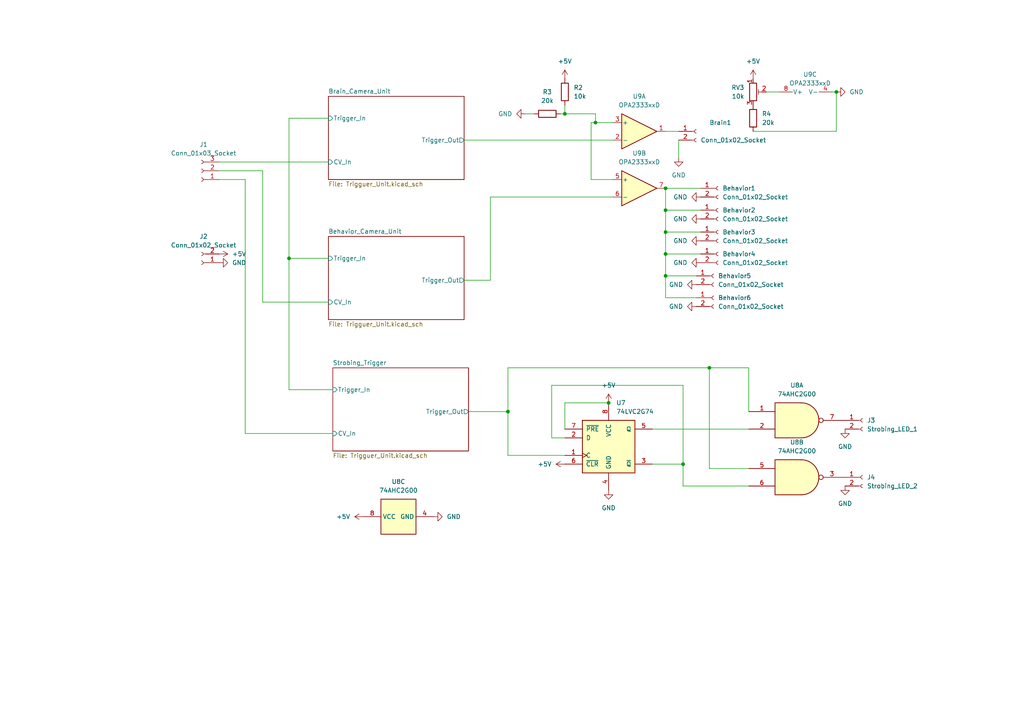
<source format=kicad_sch>
(kicad_sch (version 20230121) (generator eeschema)
  (paper "A4")
  (lib_symbols
    (symbol "74xGxx:74AHC2G00"
      (property "Reference" "U" (at -2.54 3.81 0))
      (property "Value" "74AHC2G00" (at 0 -3.81 0))
      (symbol "74AHC2G00_1_1"
        (arc (start 0 -5.08) (mid 5.0579 0) (end 0 5.08) (stroke (width 0.254)) (fill (type background)))
        (polyline (pts (xy 0 -5.08) (xy -7.62 -5.08) (xy -7.62 5.08) (xy 0 5.08)) (stroke (width 0.254)) (fill (type background)))
        (pin input line (at -15.24 2.54 0) (length 7.62) (name "~") (number "1"))
        (pin input line (at -15.24 -2.54 0) (length 7.62) (name "~") (number "2"))
        (pin output inverted (at 12.7 0 180) (length 7.62) (name "~") (number "7"))
      )
      (symbol "74AHC2G00_2_1"
        (arc (start 0 -5.08) (mid 5.0579 0) (end 0 5.08) (stroke (width 0.254)) (fill (type background)))
        (polyline (pts (xy 0 -5.08) (xy -7.62 -5.08) (xy -7.62 5.08) (xy 0 5.08)) (stroke (width 0.254)) (fill (type background)))
        (pin output inverted (at 12.7 0 180) (length 7.62) (name "~") (number "3"))
        (pin input line (at -15.24 2.54 0) (length 7.62) (name "~") (number "5"))
        (pin input line (at -15.24 -2.54 0) (length 7.62) (name "~") (number "6"))
      )
      (symbol "74AHC2G00_3_0"
        (rectangle (start -5.08 -5.08) (end 5.08 5.08) (stroke (width 0.254)) (fill (type background)))
      )
      (symbol "74AHC2G00_3_1"
        (pin power_in line (at 0 -10.16 90) (length 5.08) (name "GND") (number "4"))
        (pin power_in line (at 0 10.16 270) (length 5.08) (name "VCC") (number "8"))
      )
    )
    (symbol "74xGxx:74LVC2G74" (pin_names (offset 1.016))
      (property "Reference" "U" (at -5.08 10.16 0))
      (property "Value" "74LVC2G74" (at 10.16 -10.16 0))
      (symbol "74LVC2G74_0_1"
        (rectangle (start -7.62 7.62) (end 7.62 -7.62) (stroke (width 0.254)) (fill (type background)))
      )
      (symbol "74LVC2G74_1_1"
        (pin input clock (at -12.7 -2.54 0) (length 5.08) (name "C") (number "1"))
        (pin input line (at -12.7 2.54 0) (length 5.08) (name "D") (number "2"))
        (pin output line (at 12.7 -5.08 180) (length 5.08) (name "~{Q}") (number "3"))
        (pin power_in line (at 0 -12.7 90) (length 5.08) (name "GND") (number "4"))
        (pin output line (at 12.7 5.08 180) (length 5.08) (name "Q") (number "5"))
        (pin input line (at -12.7 -5.08 0) (length 5.08) (name "~{CLR}") (number "6"))
        (pin input line (at -12.7 5.08 0) (length 5.08) (name "~{PRE}") (number "7"))
        (pin power_in line (at 0 12.7 270) (length 5.08) (name "VCC") (number "8"))
      )
    )
    (symbol "Amplifier_Operational:OPA2333xxD" (pin_names (offset 0.127))
      (property "Reference" "U" (at 0 5.08 0))
      (property "Value" "OPA2333xxD" (at 0 -5.08 0))
      (symbol "OPA2333xxD_1_1"
        (polyline (pts (xy -5.08 5.08) (xy 5.08 0) (xy -5.08 -5.08) (xy -5.08 5.08)) (stroke (width 0.254)) (fill (type background)))
        (pin output line (at 7.62 0 180) (length 2.54) (name "~") (number "1"))
        (pin input line (at -7.62 -2.54 0) (length 2.54) (name "-") (number "2"))
        (pin input line (at -7.62 2.54 0) (length 2.54) (name "+") (number "3"))
      )
      (symbol "OPA2333xxD_2_1"
        (polyline (pts (xy -5.08 5.08) (xy 5.08 0) (xy -5.08 -5.08) (xy -5.08 5.08)) (stroke (width 0.254)) (fill (type background)))
        (pin input line (at -7.62 2.54 0) (length 2.54) (name "+") (number "5"))
        (pin input line (at -7.62 -2.54 0) (length 2.54) (name "-") (number "6"))
        (pin output line (at 7.62 0 180) (length 2.54) (name "~") (number "7"))
      )
      (symbol "OPA2333xxD_3_1"
        (pin power_in line (at -2.54 -7.62 90) (length 3.81) (name "V-") (number "4"))
        (pin power_in line (at -2.54 7.62 270) (length 3.81) (name "V+") (number "8"))
      )
    )
    (symbol "Connector:Conn_01x02_Socket" (pin_names (offset 1.016) hide)
      (property "Reference" "J" (at 0 2.54 0))
      (property "Value" "Conn_01x02_Socket" (at 0 -5.08 0))
      (symbol "Conn_01x02_Socket_1_1"
        (arc (start 0 -2.032) (mid -0.5058 -2.54) (end 0 -3.048) (stroke (width 0.1524)))
        (polyline (pts (xy -1.27 -2.54) (xy -0.508 -2.54)) (stroke (width 0.1524)))
        (polyline (pts (xy -1.27 0) (xy -0.508 0)) (stroke (width 0.1524)))
        (arc (start 0 0.508) (mid -0.5058 0) (end 0 -0.508) (stroke (width 0.1524)))
        (pin passive line (at -5.08 0 0) (length 3.81) (name "Pin_1") (number "1"))
        (pin passive line (at -5.08 -2.54 0) (length 3.81) (name "Pin_2") (number "2"))
      )
    )
    (symbol "Connector:Conn_01x03_Socket" (pin_names (offset 1.016) hide)
      (property "Reference" "J" (at 0 5.08 0))
      (property "Value" "Conn_01x03_Socket" (at 0 -5.08 0))
      (symbol "Conn_01x03_Socket_1_1"
        (arc (start 0 -2.032) (mid -0.5058 -2.54) (end 0 -3.048) (stroke (width 0.1524)))
        (polyline (pts (xy -1.27 -2.54) (xy -0.508 -2.54)) (stroke (width 0.1524)))
        (polyline (pts (xy -1.27 0) (xy -0.508 0)) (stroke (width 0.1524)))
        (polyline (pts (xy -1.27 2.54) (xy -0.508 2.54)) (stroke (width 0.1524)))
        (arc (start 0 0.508) (mid -0.5058 0) (end 0 -0.508) (stroke (width 0.1524)))
        (arc (start 0 3.048) (mid -0.5058 2.54) (end 0 2.032) (stroke (width 0.1524)))
        (pin passive line (at -5.08 2.54 0) (length 3.81) (name "Pin_1") (number "1"))
        (pin passive line (at -5.08 0 0) (length 3.81) (name "Pin_2") (number "2"))
        (pin passive line (at -5.08 -2.54 0) (length 3.81) (name "Pin_3") (number "3"))
      )
    )
    (symbol "Device:R" (pin_numbers hide) (pin_names (offset 0))
      (property "Reference" "R" (at 2.032 0 90))
      (property "Value" "R" (at 0 0 90))
      (symbol "R_0_1"
        (rectangle (start -1.016 -2.54) (end 1.016 2.54) (stroke (width 0.254)))
      )
      (symbol "R_1_1"
        (pin passive line (at 0 3.81 270) (length 1.27) (name "~") (number "1"))
        (pin passive line (at 0 -3.81 90) (length 1.27) (name "~") (number "2"))
      )
    )
    (symbol "Device:R_Potentiometer_Trim" (pin_names (offset 1.016) hide)
      (property "Reference" "RV" (at -4.445 0 90))
      (property "Value" "R_Potentiometer_Trim" (at -2.54 0 90))
      (symbol "R_Potentiometer_Trim_0_1"
        (polyline (pts (xy 1.524 0.762) (xy 1.524 -0.762)))
        (polyline (pts (xy 2.54 0) (xy 1.524 0)))
        (rectangle (start 1.016 2.54) (end -1.016 -2.54) (stroke (width 0.254)))
      )
      (symbol "R_Potentiometer_Trim_1_1"
        (pin passive line (at 0 3.81 270) (length 1.27) (name "1") (number "1"))
        (pin passive line (at 3.81 0 180) (length 1.27) (name "2") (number "2"))
        (pin passive line (at 0 -3.81 90) (length 1.27) (name "3") (number "3"))
      )
    )
    (symbol "power:+5V" (power) (pin_names (offset 0))
      (property "Value" "+5V" (at 0 3.556 0))
      (symbol "+5V_0_1"
        (polyline (pts (xy -0.762 1.27) (xy 0 2.54)))
        (polyline (pts (xy 0 0) (xy 0 2.54)))
        (polyline (pts (xy 0 2.54) (xy 0.762 1.27)))
      )
      (symbol "+5V_1_1"
        (pin power_in line (at 0 0 90) (length 0) hide (name "+5V") (number "1"))
      )
    )
    (symbol "power:GND" (power) (pin_names (offset 0))
      (property "Value" "GND" (at 0 -3.81 0))
      (symbol "GND_0_1"
        (polyline (pts (xy 0 0) (xy 0 -1.27) (xy 1.27 -1.27) (xy 0 -2.54) (xy -1.27 -1.27) (xy 0 -1.27)))
      )
      (symbol "GND_1_1"
        (pin power_in line (at 0 0 270) (length 0) hide (name "GND") (number "1"))
      )
    )
  )
  (junction (at 83.82 74.93))
  (junction (at 205.74 106.68))
  (junction (at 193.04 73.66))
  (junction (at 176.53 116.84))
  (junction (at 172.72 35.56))
  (junction (at 242.57 26.67))
  (junction (at 193.04 60.96))
  (junction (at 147.32 119.38))
  (junction (at 193.04 54.61))
  (junction (at 163.83 33.02))
  (junction (at 198.12 134.62))
  (junction (at 193.04 67.31))
  (junction (at 193.04 80.01))
  (wire (pts (xy 71.12 125.73) (xy 71.12 52.07)))
  (wire (pts (xy 198.12 111.76) (xy 160.02 111.76)))
  (wire (pts (xy 205.74 135.89) (xy 205.74 106.68)))
  (wire (pts (xy 196.85 40.64) (xy 196.85 45.72)))
  (wire (pts (xy 203.2 67.31) (xy 193.04 67.31)))
  (wire (pts (xy 135.89 119.38) (xy 147.32 119.38)))
  (wire (pts (xy 201.93 86.36) (xy 193.04 86.36)))
  (wire (pts (xy 163.83 124.46) (xy 163.83 116.84)))
  (wire (pts (xy 198.12 134.62) (xy 198.12 111.76)))
  (wire (pts (xy 201.93 80.01) (xy 193.04 80.01)))
  (wire (pts (xy 193.04 54.61) (xy 203.2 54.61)))
  (wire (pts (xy 189.23 124.46) (xy 217.17 124.46)))
  (wire (pts (xy 96.52 125.73) (xy 71.12 125.73)))
  (wire (pts (xy 193.04 60.96) (xy 193.04 54.61)))
  (wire (pts (xy 193.04 38.1) (xy 196.85 38.1)))
  (wire (pts (xy 193.04 67.31) (xy 193.04 60.96)))
  (wire (pts (xy 134.62 40.64) (xy 177.8 40.64)))
  (wire (pts (xy 171.45 35.56) (xy 171.45 52.07)))
  (wire (pts (xy 160.02 111.76) (xy 160.02 127)))
  (wire (pts (xy 76.2 87.63) (xy 76.2 49.53)))
  (wire (pts (xy 76.2 49.53) (xy 63.5 49.53)))
  (wire (pts (xy 193.04 80.01) (xy 193.04 86.36)))
  (wire (pts (xy 83.82 74.93) (xy 95.25 74.93)))
  (wire (pts (xy 147.32 119.38) (xy 147.32 132.08)))
  (wire (pts (xy 198.12 140.97) (xy 217.17 140.97)))
  (wire (pts (xy 217.17 106.68) (xy 217.17 119.38)))
  (wire (pts (xy 177.8 52.07) (xy 171.45 52.07)))
  (wire (pts (xy 95.25 34.29) (xy 83.82 34.29)))
  (wire (pts (xy 163.83 33.02) (xy 172.72 33.02)))
  (wire (pts (xy 242.57 26.67) (xy 241.3 26.67)))
  (wire (pts (xy 203.2 73.66) (xy 193.04 73.66)))
  (wire (pts (xy 217.17 135.89) (xy 205.74 135.89)))
  (wire (pts (xy 172.72 35.56) (xy 172.72 33.02)))
  (wire (pts (xy 218.44 38.1) (xy 242.57 38.1)))
  (wire (pts (xy 172.72 35.56) (xy 177.8 35.56)))
  (wire (pts (xy 71.12 52.07) (xy 63.5 52.07)))
  (wire (pts (xy 193.04 80.01) (xy 193.04 73.66)))
  (wire (pts (xy 152.4 33.02) (xy 154.94 33.02)))
  (wire (pts (xy 193.04 73.66) (xy 193.04 67.31)))
  (wire (pts (xy 83.82 34.29) (xy 83.82 74.93)))
  (wire (pts (xy 198.12 134.62) (xy 198.12 140.97)))
  (wire (pts (xy 83.82 74.93) (xy 83.82 113.03)))
  (wire (pts (xy 162.56 33.02) (xy 163.83 33.02)))
  (wire (pts (xy 142.24 57.15) (xy 142.24 81.28)))
  (wire (pts (xy 147.32 106.68) (xy 205.74 106.68)))
  (wire (pts (xy 63.5 46.99) (xy 95.25 46.99)))
  (wire (pts (xy 142.24 57.15) (xy 177.8 57.15)))
  (wire (pts (xy 203.2 60.96) (xy 193.04 60.96)))
  (wire (pts (xy 96.52 113.03) (xy 83.82 113.03)))
  (wire (pts (xy 147.32 132.08) (xy 163.83 132.08)))
  (wire (pts (xy 142.24 81.28) (xy 134.62 81.28)))
  (wire (pts (xy 147.32 106.68) (xy 147.32 119.38)))
  (wire (pts (xy 171.45 35.56) (xy 172.72 35.56)))
  (wire (pts (xy 95.25 87.63) (xy 76.2 87.63)))
  (wire (pts (xy 189.23 134.62) (xy 198.12 134.62)))
  (wire (pts (xy 205.74 106.68) (xy 217.17 106.68)))
  (wire (pts (xy 222.25 26.67) (xy 226.06 26.67)))
  (wire (pts (xy 160.02 127) (xy 163.83 127)))
  (wire (pts (xy 163.83 116.84) (xy 176.53 116.84)))
  (wire (pts (xy 163.83 30.48) (xy 163.83 33.02)))
  (wire (pts (xy 242.57 38.1) (xy 242.57 26.67)))
  (symbol (lib_id "Connector:Conn_01x03_Socket") (at 58.42 49.53 180) (unit 1)
    (property "Reference" "J1" (at 59.055 41.91 0))
    (property "Value" "Conn_01x03_Socket" (at 59.055 44.45 0))
    (property "Footprint" "Connector_JST:JST_EH_B3B-EH-A_1x03_P2.50mm_Vertical" (effects hide))
  )
  (symbol (lib_id "power:GND") (at 203.2 69.85 270) (unit 1)
    (property "Reference" "#PWR036" (effects hide))
    (property "Value" "GND" (at 199.39 69.85 90) (effects (justify right)))
  )
  (symbol (lib_id "Connector:Conn_01x02_Socket") (at 207.01 86.36 0) (unit 1)
    (property "Reference" "Behavior6" (at 208.28 86.36 0) (effects (justify left)))
    (property "Value" "Conn_01x02_Socket" (at 208.28 88.9 0) (effects (justify left)))
    (property "Footprint" "Connector_JST:JST_EH_B2B-EH-A_1x02_P2.50mm_Vertical" (effects hide))
  )
  (symbol (lib_id "Device:R") (at 218.44 34.29 0) (unit 1)
    (property "Reference" "R4" (at 220.98 33.02 0) (effects (justify left)))
    (property "Value" "20k" (at 220.98 35.56 0) (effects (justify left)))
    (property "Footprint" "Resistor_SMD:R_0805_2012Metric_Pad1.20x1.40mm_HandSolder" (effects hide))
  )
  (symbol (lib_id "Connector:Conn_01x02_Socket") (at 208.28 67.31 0) (unit 1)
    (property "Reference" "Behavior3" (at 209.55 67.31 0) (effects (justify left)))
    (property "Value" "Conn_01x02_Socket" (at 209.55 69.85 0) (effects (justify left)))
    (property "Footprint" "Connector_JST:JST_EH_B2B-EH-A_1x02_P2.50mm_Vertical" (effects hide))
  )
  (symbol (lib_id "power:GND") (at 125.73 149.86 90) (unit 1)
    (property "Reference" "#PWR025" (effects hide))
    (property "Value" "GND" (at 129.54 149.86 90) (effects (justify right)))
  )
  (symbol (lib_id "Connector:Conn_01x02_Socket") (at 250.19 138.43 0) (unit 1)
    (property "Reference" "J4" (at 251.46 138.43 0) (effects (justify left)))
    (property "Value" "Strobing_LED_2" (at 251.46 140.97 0) (effects (justify left)))
    (property "Footprint" "Connector_JST:JST_EH_B2B-EH-A_1x02_P2.50mm_Vertical" (effects hide))
  )
  (symbol (lib_id "power:+5V") (at 63.5 73.66 270) (unit 1)
    (property "Reference" "#PWR040" (effects hide))
    (property "Value" "+5V" (at 67.31 73.66 90) (effects (justify left)))
  )
  (symbol (lib_id "power:+5V") (at 176.53 116.84 0) (unit 1)
    (property "Reference" "#PWR022" (effects hide))
    (property "Value" "+5V" (at 176.53 111.76 0))
  )
  (symbol (lib_id "Amplifier_Operational:OPA2333xxD") (at 185.42 38.1 0) (unit 1)
    (property "Reference" "U9" (at 185.42 27.94 0))
    (property "Value" "OPA2333xxD" (at 185.42 30.48 0))
    (property "Footprint" "Package_SO:OnSemi_Micro8" (effects hide))
    (property "Datasheet" "http://www.ti.com/lit/ds/symlink/opa333.pdf" (effects hide))
  )
  (symbol (lib_id "Connector:Conn_01x02_Socket") (at 250.19 121.92 0) (unit 1)
    (property "Reference" "J3" (at 251.46 121.92 0) (effects (justify left)))
    (property "Value" "Strobing_LED_1" (at 251.46 124.46 0) (effects (justify left)))
    (property "Footprint" "Connector_JST:JST_EH_B2B-EH-A_1x02_P2.50mm_Vertical" (effects hide))
  )
  (symbol (lib_id "Connector:Conn_01x02_Socket") (at 58.42 76.2 180) (unit 1)
    (property "Reference" "J2" (at 59.055 68.58 0))
    (property "Value" "Conn_01x02_Socket" (at 59.055 71.12 0))
    (property "Footprint" "Connector_JST:JST_EH_B2B-EH-A_1x02_P2.50mm_Vertical" (effects hide))
  )
  (symbol (lib_id "power:+5V") (at 105.41 149.86 90) (unit 1)
    (property "Reference" "#PWR024" (effects hide))
    (property "Value" "+5V" (at 101.6 149.86 90) (effects (justify left)))
  )
  (symbol (lib_id "power:GND") (at 203.2 57.15 270) (unit 1)
    (property "Reference" "#PWR034" (effects hide))
    (property "Value" "GND" (at 199.39 57.15 90) (effects (justify right)))
  )
  (symbol (lib_id "power:GND") (at 203.2 76.2 270) (unit 1)
    (property "Reference" "#PWR037" (effects hide))
    (property "Value" "GND" (at 199.39 76.2 90) (effects (justify right)))
  )
  (symbol (lib_id "power:+5V") (at 163.83 22.86 0) (unit 1)
    (property "Reference" "#PWR010" (effects hide))
    (property "Value" "+5V" (at 163.83 17.78 0))
  )
  (symbol (lib_id "Connector:Conn_01x02_Socket") (at 207.01 80.01 0) (unit 1)
    (property "Reference" "Behavior5" (at 208.28 80.01 0) (effects (justify left)))
    (property "Value" "Conn_01x02_Socket" (at 208.28 82.55 0) (effects (justify left)))
    (property "Footprint" "Connector_JST:JST_EH_B2B-EH-A_1x02_P2.50mm_Vertical" (effects hide))
  )
  (symbol (lib_id "power:GND") (at 176.53 142.24 0) (unit 1)
    (property "Reference" "#PWR023" (effects hide))
    (property "Value" "GND" (at 176.53 147.32 0))
  )
  (symbol (lib_id "Device:R") (at 163.83 26.67 0) (unit 1)
    (property "Reference" "R2" (at 166.37 25.4 0) (effects (justify left)))
    (property "Value" "10k" (at 166.37 27.94 0) (effects (justify left)))
    (property "Footprint" "Resistor_SMD:R_0805_2012Metric_Pad1.20x1.40mm_HandSolder" (effects hide))
  )
  (symbol (lib_id "74xGxx:74AHC2G00") (at 232.41 138.43 0) (unit 2)
    (property "Reference" "U8" (at 231.1289 128.27 0))
    (property "Value" "74AHC2G00" (at 231.1289 130.81 0))
    (property "Footprint" "Package_SO:VSSOP-8_2.3x2mm_P0.5mm" (effects hide))
    (property "Datasheet" "https://assets.nexperia.com/documents/data-sheet/74AHC_AHCT2G00.pdf" (effects hide))
  )
  (symbol (lib_id "Amplifier_Operational:OPA2333xxD") (at 233.68 24.13 90) (unit 3)
    (property "Reference" "U9" (at 234.95 21.59 90))
    (property "Value" "OPA2333xxD" (at 234.95 24.13 90))
    (property "Footprint" "Package_SO:OnSemi_Micro8" (effects hide))
    (property "Datasheet" "http://www.ti.com/lit/ds/symlink/opa333.pdf" (effects hide))
  )
  (symbol (lib_id "power:GND") (at 152.4 33.02 270) (unit 1)
    (property "Reference" "#PWR014" (effects hide))
    (property "Value" "GND" (at 148.59 33.02 90) (effects (justify right)))
  )
  (symbol (lib_id "Connector:Conn_01x02_Socket") (at 208.28 54.61 0) (unit 1)
    (property "Reference" "Behavior1" (at 209.55 54.61 0) (effects (justify left)))
    (property "Value" "Conn_01x02_Socket" (at 209.55 57.15 0) (effects (justify left)))
    (property "Footprint" "Connector_JST:JST_EH_B2B-EH-A_1x02_P2.50mm_Vertical" (effects hide))
  )
  (symbol (lib_id "Device:R_Potentiometer_Trim") (at 218.44 26.67 0) (unit 1)
    (property "Reference" "RV3" (at 215.9 25.4 0) (effects (justify right)))
    (property "Value" "10k" (at 215.9 27.94 0) (effects (justify right)))
    (property "Footprint" "Potentiometer_SMD:Potentiometer_ACP_CA14-VSMD_Vertical_Hole" (effects hide))
  )
  (symbol (lib_id "power:GND") (at 196.85 45.72 0) (unit 1)
    (property "Reference" "#PWR032" (effects hide))
    (property "Value" "GND" (at 196.85 50.8 0))
  )
  (symbol (lib_id "74xGxx:74LVC2G74") (at 176.53 129.54 0) (unit 1)
    (property "Reference" "U7" (at 178.7241 116.84 0) (effects (justify left)))
    (property "Value" "74LVC2G74" (at 178.7241 119.38 0) (effects (justify left)))
    (property "Footprint" "Package_TO_SOT_SMD:SOT-223-6_TabPin3" (effects hide))
    (property "Datasheet" "http://www.ti.com/lit/sg/scyt129e/scyt129e.pdf" (effects hide))
  )
  (symbol (lib_id "Connector:Conn_01x02_Socket") (at 208.28 73.66 0) (unit 1)
    (property "Reference" "Behavior4" (at 209.55 73.66 0) (effects (justify left)))
    (property "Value" "Conn_01x02_Socket" (at 209.55 76.2 0) (effects (justify left)))
    (property "Footprint" "Connector_JST:JST_EH_B2B-EH-A_1x02_P2.50mm_Vertical" (effects hide))
  )
  (symbol (lib_id "Device:R") (at 158.75 33.02 270) (unit 1)
    (property "Reference" "R3" (at 158.75 26.67 90))
    (property "Value" "20k" (at 158.75 29.21 90))
    (property "Footprint" "Resistor_SMD:R_0805_2012Metric_Pad1.20x1.40mm_HandSolder" (effects hide))
  )
  (symbol (lib_id "Amplifier_Operational:OPA2333xxD") (at 185.42 54.61 0) (unit 2)
    (property "Reference" "U9" (at 185.42 44.45 0))
    (property "Value" "OPA2333xxD" (at 185.42 46.99 0))
    (property "Footprint" "Package_SO:OnSemi_Micro8" (effects hide))
    (property "Datasheet" "http://www.ti.com/lit/ds/symlink/opa333.pdf" (effects hide))
  )
  (symbol (lib_id "power:GND") (at 201.93 88.9 270) (unit 1)
    (property "Reference" "#PWR039" (effects hide))
    (property "Value" "GND" (at 198.12 88.9 90) (effects (justify right)))
  )
  (symbol (lib_id "Connector:Conn_01x02_Socket") (at 201.93 38.1 0) (unit 1)
    (property "Reference" "Brain1" (at 205.74 35.56 0) (effects (justify left)))
    (property "Value" "Conn_01x02_Socket" (at 203.2 40.64 0) (effects (justify left)))
    (property "Footprint" "Connector_JST:JST_EH_B2B-EH-A_1x02_P2.50mm_Vertical" (effects hide))
  )
  (symbol (lib_id "power:GND") (at 245.11 140.97 0) (unit 1)
    (property "Reference" "#PWR033" (effects hide))
    (property "Value" "GND" (at 245.11 146.05 0))
  )
  (symbol (lib_id "power:GND") (at 242.57 26.67 90) (unit 1)
    (property "Reference" "#PWR021" (effects hide))
    (property "Value" "GND" (at 246.38 26.67 90) (effects (justify right)))
  )
  (symbol (lib_id "power:GND") (at 203.2 63.5 270) (unit 1)
    (property "Reference" "#PWR035" (effects hide))
    (property "Value" "GND" (at 199.39 63.5 90) (effects (justify right)))
  )
  (symbol (lib_id "power:+5V") (at 218.44 22.86 0) (unit 1)
    (property "Reference" "#PWR030" (effects hide))
    (property "Value" "+5V" (at 218.44 17.78 0))
  )
  (symbol (lib_id "power:GND") (at 201.93 82.55 270) (unit 1)
    (property "Reference" "#PWR038" (effects hide))
    (property "Value" "GND" (at 198.12 82.55 90) (effects (justify right)))
  )
  (symbol (lib_id "power:GND") (at 245.11 124.46 0) (unit 1)
    (property "Reference" "#PWR031" (effects hide))
    (property "Value" "GND" (at 245.11 129.54 0))
  )
  (symbol (lib_id "74xGxx:74AHC2G00") (at 232.41 121.92 0) (unit 1)
    (property "Reference" "U8" (at 231.1289 111.76 0))
    (property "Value" "74AHC2G00" (at 231.1289 114.3 0))
    (property "Footprint" "Package_SO:VSSOP-8_2.3x2mm_P0.5mm" (effects hide))
    (property "Datasheet" "https://assets.nexperia.com/documents/data-sheet/74AHC_AHCT2G00.pdf" (effects hide))
  )
  (symbol (lib_id "power:GND") (at 63.5 76.2 90) (unit 1)
    (property "Reference" "#PWR041" (effects hide))
    (property "Value" "GND" (at 67.31 76.2 90) (effects (justify right)))
  )
  (symbol (lib_id "74xGxx:74AHC2G00") (at 115.57 149.86 90) (unit 3)
    (property "Reference" "U8" (at 115.57 139.7 90))
    (property "Value" "74AHC2G00" (at 115.57 142.24 90))
    (property "Footprint" "Package_SO:VSSOP-8_2.3x2mm_P0.5mm" (effects hide))
    (property "Datasheet" "https://assets.nexperia.com/documents/data-sheet/74AHC_AHCT2G00.pdf" (effects hide))
  )
  (symbol (lib_id "power:+5V") (at 163.83 134.62 90) (unit 1)
    (property "Reference" "#PWR026" (effects hide))
    (property "Value" "+5V" (at 160.02 134.62 90) (effects (justify left)))
  )
  (symbol (lib_id "Connector:Conn_01x02_Socket") (at 208.28 60.96 0) (unit 1)
    (property "Reference" "Behavior2" (at 209.55 60.96 0) (effects (justify left)))
    (property "Value" "Conn_01x02_Socket" (at 209.55 63.5 0) (effects (justify left)))
    (property "Footprint" "Connector_JST:JST_EH_B2B-EH-A_1x02_P2.50mm_Vertical" (effects hide))
  )
  (sheet (at 95.25 68.58) (size 39.37 24.13) (stroke (width 0.1524))
    (property "Sheetname" "Behavior_Camera_Unit" (at 95.25 67.8684 0) (effects (justify left bottom)))
    (property "Sheetfile" "Trigguer_Unit.kicad_sch" (at 95.25 93.2946 0) (effects (justify left top)))
    (pin "Trigger_In" input (at 95.25 74.93 180))
    (pin "CV_In" input (at 95.25 87.63 180))
    (pin "Trigger_Out" output (at 134.62 81.28 0))
  )
  (sheet (at 95.25 27.94) (size 39.37 24.13) (stroke (width 0.1524))
    (property "Sheetname" "Brain_Camera_Unit" (at 95.25 27.2284 0) (effects (justify left bottom)))
    (property "Sheetfile" "Trigguer_Unit.kicad_sch" (at 95.25 52.6546 0) (effects (justify left top)))
    (pin "Trigger_In" input (at 95.25 34.29 180))
    (pin "CV_In" input (at 95.25 46.99 180))
    (pin "Trigger_Out" output (at 134.62 40.64 0))
  )
  (sheet (at 96.52 106.68) (size 39.37 24.13) (stroke (width 0.1524))
    (property "Sheetname" "Strobing_Trigger" (at 96.52 105.9684 0) (effects (justify left bottom)))
    (property "Sheetfile" "Trigguer_Unit.kicad_sch" (at 96.52 131.3946 0) (effects (justify left top)))
    (pin "Trigger_In" input (at 96.52 113.03 180))
    (pin "CV_In" input (at 96.52 125.73 180))
    (pin "Trigger_Out" output (at 135.89 119.38 0))
  )
)
</source>
